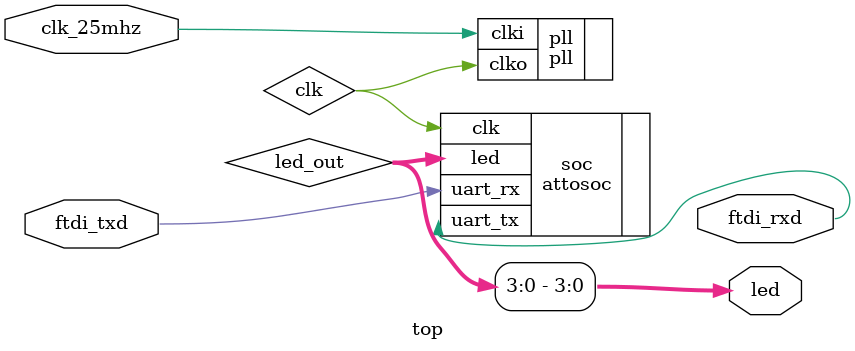
<source format=v>
module top(
    input clk_25mhz,
    output [3:0] led,
    output ftdi_rxd,
    input ftdi_txd
);

wire clk;
pll pll(
    .clki(clk_25mhz),
    .clko(clk)
);

wire [7:0] led_out;
attosoc soc(
    .clk(clk),
    .led(led_out),
    .uart_tx(ftdi_rxd),
    .uart_rx(ftdi_txd)
);

assign led = led_out[3:0];

endmodule

</source>
